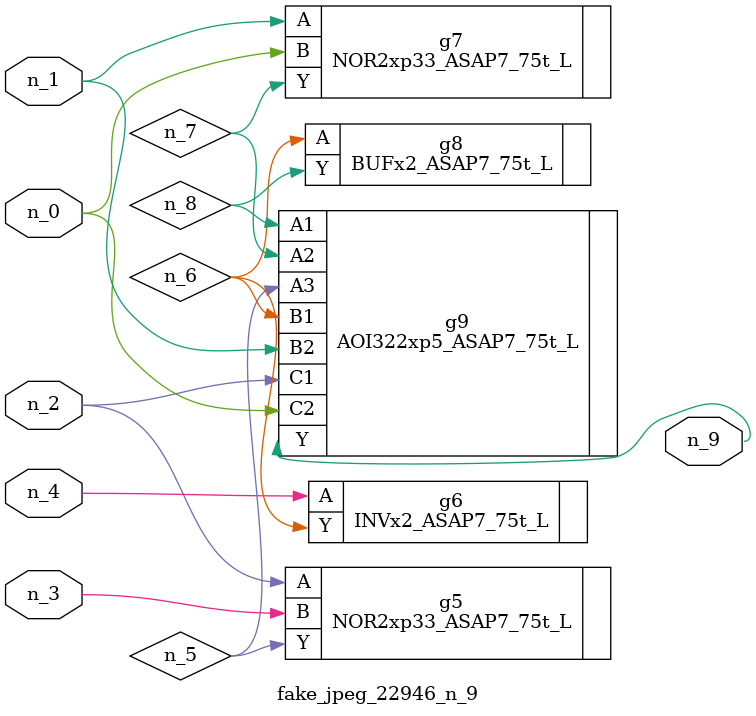
<source format=v>
module fake_jpeg_22946_n_9 (n_3, n_2, n_1, n_0, n_4, n_9);

input n_3;
input n_2;
input n_1;
input n_0;
input n_4;

output n_9;

wire n_8;
wire n_6;
wire n_5;
wire n_7;

NOR2xp33_ASAP7_75t_L g5 ( 
.A(n_2),
.B(n_3),
.Y(n_5)
);

INVx2_ASAP7_75t_L g6 ( 
.A(n_4),
.Y(n_6)
);

NOR2xp33_ASAP7_75t_L g7 ( 
.A(n_1),
.B(n_0),
.Y(n_7)
);

BUFx2_ASAP7_75t_L g8 ( 
.A(n_6),
.Y(n_8)
);

AOI322xp5_ASAP7_75t_L g9 ( 
.A1(n_8),
.A2(n_7),
.A3(n_5),
.B1(n_6),
.B2(n_1),
.C1(n_2),
.C2(n_0),
.Y(n_9)
);


endmodule
</source>
